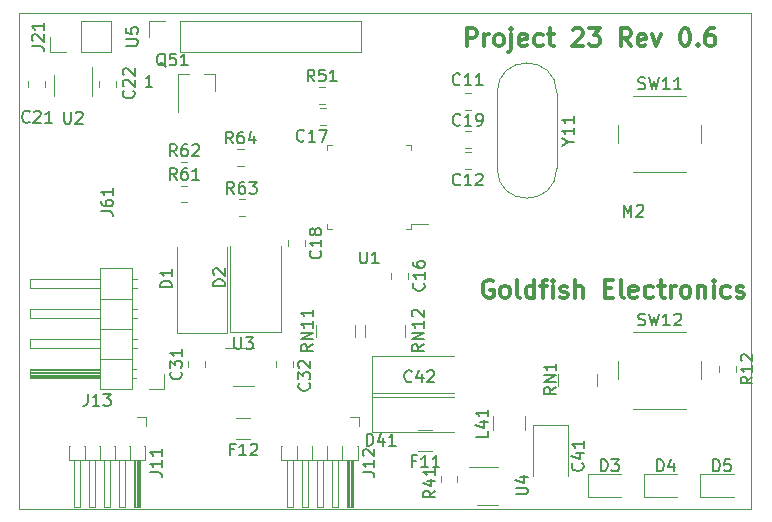
<source format=gto>
G04 #@! TF.GenerationSoftware,KiCad,Pcbnew,(5.0.0)*
G04 #@! TF.CreationDate,2018-10-09T10:58:44+11:00*
G04 #@! TF.ProjectId,Project 23,50726F6A6563742032332E6B69636164,V 0.6*
G04 #@! TF.SameCoordinates,Original*
G04 #@! TF.FileFunction,Legend,Top*
G04 #@! TF.FilePolarity,Positive*
%FSLAX46Y46*%
G04 Gerber Fmt 4.6, Leading zero omitted, Abs format (unit mm)*
G04 Created by KiCad (PCBNEW (5.0.0)) date 10/09/18 10:58:44*
%MOMM*%
%LPD*%
G01*
G04 APERTURE LIST*
%ADD10C,0.300000*%
%ADD11C,0.100000*%
%ADD12C,0.120000*%
%ADD13C,0.150000*%
G04 APERTURE END LIST*
D10*
X90115714Y-62673800D02*
X89972857Y-62602371D01*
X89758571Y-62602371D01*
X89544285Y-62673800D01*
X89401428Y-62816657D01*
X89329999Y-62959514D01*
X89258571Y-63245228D01*
X89258571Y-63459514D01*
X89329999Y-63745228D01*
X89401428Y-63888085D01*
X89544285Y-64030942D01*
X89758571Y-64102371D01*
X89901428Y-64102371D01*
X90115714Y-64030942D01*
X90187142Y-63959514D01*
X90187142Y-63459514D01*
X89901428Y-63459514D01*
X91044285Y-64102371D02*
X90901428Y-64030942D01*
X90829999Y-63959514D01*
X90758571Y-63816657D01*
X90758571Y-63388085D01*
X90829999Y-63245228D01*
X90901428Y-63173800D01*
X91044285Y-63102371D01*
X91258571Y-63102371D01*
X91401428Y-63173800D01*
X91472857Y-63245228D01*
X91544285Y-63388085D01*
X91544285Y-63816657D01*
X91472857Y-63959514D01*
X91401428Y-64030942D01*
X91258571Y-64102371D01*
X91044285Y-64102371D01*
X92401428Y-64102371D02*
X92258571Y-64030942D01*
X92187142Y-63888085D01*
X92187142Y-62602371D01*
X93615714Y-64102371D02*
X93615714Y-62602371D01*
X93615714Y-64030942D02*
X93472857Y-64102371D01*
X93187142Y-64102371D01*
X93044285Y-64030942D01*
X92972857Y-63959514D01*
X92901428Y-63816657D01*
X92901428Y-63388085D01*
X92972857Y-63245228D01*
X93044285Y-63173800D01*
X93187142Y-63102371D01*
X93472857Y-63102371D01*
X93615714Y-63173800D01*
X94115714Y-63102371D02*
X94687142Y-63102371D01*
X94329999Y-64102371D02*
X94329999Y-62816657D01*
X94401428Y-62673800D01*
X94544285Y-62602371D01*
X94687142Y-62602371D01*
X95187142Y-64102371D02*
X95187142Y-63102371D01*
X95187142Y-62602371D02*
X95115714Y-62673800D01*
X95187142Y-62745228D01*
X95258571Y-62673800D01*
X95187142Y-62602371D01*
X95187142Y-62745228D01*
X95829999Y-64030942D02*
X95972857Y-64102371D01*
X96258571Y-64102371D01*
X96401428Y-64030942D01*
X96472857Y-63888085D01*
X96472857Y-63816657D01*
X96401428Y-63673800D01*
X96258571Y-63602371D01*
X96044285Y-63602371D01*
X95901428Y-63530942D01*
X95829999Y-63388085D01*
X95829999Y-63316657D01*
X95901428Y-63173800D01*
X96044285Y-63102371D01*
X96258571Y-63102371D01*
X96401428Y-63173800D01*
X97115714Y-64102371D02*
X97115714Y-62602371D01*
X97758571Y-64102371D02*
X97758571Y-63316657D01*
X97687142Y-63173800D01*
X97544285Y-63102371D01*
X97330000Y-63102371D01*
X97187142Y-63173800D01*
X97115714Y-63245228D01*
X99615714Y-63316657D02*
X100115714Y-63316657D01*
X100330000Y-64102371D02*
X99615714Y-64102371D01*
X99615714Y-62602371D01*
X100330000Y-62602371D01*
X101187142Y-64102371D02*
X101044285Y-64030942D01*
X100972857Y-63888085D01*
X100972857Y-62602371D01*
X102330000Y-64030942D02*
X102187142Y-64102371D01*
X101901428Y-64102371D01*
X101758571Y-64030942D01*
X101687142Y-63888085D01*
X101687142Y-63316657D01*
X101758571Y-63173800D01*
X101901428Y-63102371D01*
X102187142Y-63102371D01*
X102330000Y-63173800D01*
X102401428Y-63316657D01*
X102401428Y-63459514D01*
X101687142Y-63602371D01*
X103687142Y-64030942D02*
X103544285Y-64102371D01*
X103258571Y-64102371D01*
X103115714Y-64030942D01*
X103044285Y-63959514D01*
X102972857Y-63816657D01*
X102972857Y-63388085D01*
X103044285Y-63245228D01*
X103115714Y-63173800D01*
X103258571Y-63102371D01*
X103544285Y-63102371D01*
X103687142Y-63173800D01*
X104115714Y-63102371D02*
X104687142Y-63102371D01*
X104329999Y-62602371D02*
X104329999Y-63888085D01*
X104401428Y-64030942D01*
X104544285Y-64102371D01*
X104687142Y-64102371D01*
X105187142Y-64102371D02*
X105187142Y-63102371D01*
X105187142Y-63388085D02*
X105258571Y-63245228D01*
X105329999Y-63173800D01*
X105472857Y-63102371D01*
X105615714Y-63102371D01*
X106329999Y-64102371D02*
X106187142Y-64030942D01*
X106115714Y-63959514D01*
X106044285Y-63816657D01*
X106044285Y-63388085D01*
X106115714Y-63245228D01*
X106187142Y-63173800D01*
X106329999Y-63102371D01*
X106544285Y-63102371D01*
X106687142Y-63173800D01*
X106758571Y-63245228D01*
X106829999Y-63388085D01*
X106829999Y-63816657D01*
X106758571Y-63959514D01*
X106687142Y-64030942D01*
X106544285Y-64102371D01*
X106329999Y-64102371D01*
X107472857Y-63102371D02*
X107472857Y-64102371D01*
X107472857Y-63245228D02*
X107544285Y-63173800D01*
X107687142Y-63102371D01*
X107901428Y-63102371D01*
X108044285Y-63173800D01*
X108115714Y-63316657D01*
X108115714Y-64102371D01*
X108830000Y-64102371D02*
X108830000Y-63102371D01*
X108830000Y-62602371D02*
X108758571Y-62673800D01*
X108830000Y-62745228D01*
X108901428Y-62673800D01*
X108830000Y-62602371D01*
X108830000Y-62745228D01*
X110187142Y-64030942D02*
X110044285Y-64102371D01*
X109758571Y-64102371D01*
X109615714Y-64030942D01*
X109544285Y-63959514D01*
X109472857Y-63816657D01*
X109472857Y-63388085D01*
X109544285Y-63245228D01*
X109615714Y-63173800D01*
X109758571Y-63102371D01*
X110044285Y-63102371D01*
X110187142Y-63173800D01*
X110758571Y-64030942D02*
X110901428Y-64102371D01*
X111187142Y-64102371D01*
X111330000Y-64030942D01*
X111401428Y-63888085D01*
X111401428Y-63816657D01*
X111330000Y-63673800D01*
X111187142Y-63602371D01*
X110972857Y-63602371D01*
X110830000Y-63530942D01*
X110758571Y-63388085D01*
X110758571Y-63316657D01*
X110830000Y-63173800D01*
X110972857Y-63102371D01*
X111187142Y-63102371D01*
X111330000Y-63173800D01*
X87899599Y-42812171D02*
X87899599Y-41312171D01*
X88471028Y-41312171D01*
X88613885Y-41383600D01*
X88685314Y-41455028D01*
X88756742Y-41597885D01*
X88756742Y-41812171D01*
X88685314Y-41955028D01*
X88613885Y-42026457D01*
X88471028Y-42097885D01*
X87899599Y-42097885D01*
X89399599Y-42812171D02*
X89399599Y-41812171D01*
X89399599Y-42097885D02*
X89471028Y-41955028D01*
X89542457Y-41883600D01*
X89685314Y-41812171D01*
X89828171Y-41812171D01*
X90542457Y-42812171D02*
X90399599Y-42740742D01*
X90328171Y-42669314D01*
X90256742Y-42526457D01*
X90256742Y-42097885D01*
X90328171Y-41955028D01*
X90399599Y-41883600D01*
X90542457Y-41812171D01*
X90756742Y-41812171D01*
X90899599Y-41883600D01*
X90971028Y-41955028D01*
X91042457Y-42097885D01*
X91042457Y-42526457D01*
X90971028Y-42669314D01*
X90899599Y-42740742D01*
X90756742Y-42812171D01*
X90542457Y-42812171D01*
X91685314Y-41812171D02*
X91685314Y-43097885D01*
X91613885Y-43240742D01*
X91471028Y-43312171D01*
X91399599Y-43312171D01*
X91685314Y-41312171D02*
X91613885Y-41383600D01*
X91685314Y-41455028D01*
X91756742Y-41383600D01*
X91685314Y-41312171D01*
X91685314Y-41455028D01*
X92971028Y-42740742D02*
X92828171Y-42812171D01*
X92542457Y-42812171D01*
X92399599Y-42740742D01*
X92328171Y-42597885D01*
X92328171Y-42026457D01*
X92399599Y-41883600D01*
X92542457Y-41812171D01*
X92828171Y-41812171D01*
X92971028Y-41883600D01*
X93042457Y-42026457D01*
X93042457Y-42169314D01*
X92328171Y-42312171D01*
X94328171Y-42740742D02*
X94185314Y-42812171D01*
X93899599Y-42812171D01*
X93756742Y-42740742D01*
X93685314Y-42669314D01*
X93613885Y-42526457D01*
X93613885Y-42097885D01*
X93685314Y-41955028D01*
X93756742Y-41883600D01*
X93899599Y-41812171D01*
X94185314Y-41812171D01*
X94328171Y-41883600D01*
X94756742Y-41812171D02*
X95328171Y-41812171D01*
X94971028Y-41312171D02*
X94971028Y-42597885D01*
X95042457Y-42740742D01*
X95185314Y-42812171D01*
X95328171Y-42812171D01*
X96899599Y-41455028D02*
X96971028Y-41383600D01*
X97113885Y-41312171D01*
X97471028Y-41312171D01*
X97613885Y-41383600D01*
X97685314Y-41455028D01*
X97756742Y-41597885D01*
X97756742Y-41740742D01*
X97685314Y-41955028D01*
X96828171Y-42812171D01*
X97756742Y-42812171D01*
X98256742Y-41312171D02*
X99185314Y-41312171D01*
X98685314Y-41883600D01*
X98899599Y-41883600D01*
X99042457Y-41955028D01*
X99113885Y-42026457D01*
X99185314Y-42169314D01*
X99185314Y-42526457D01*
X99113885Y-42669314D01*
X99042457Y-42740742D01*
X98899599Y-42812171D01*
X98471028Y-42812171D01*
X98328171Y-42740742D01*
X98256742Y-42669314D01*
X101828171Y-42812171D02*
X101328171Y-42097885D01*
X100971028Y-42812171D02*
X100971028Y-41312171D01*
X101542457Y-41312171D01*
X101685314Y-41383600D01*
X101756742Y-41455028D01*
X101828171Y-41597885D01*
X101828171Y-41812171D01*
X101756742Y-41955028D01*
X101685314Y-42026457D01*
X101542457Y-42097885D01*
X100971028Y-42097885D01*
X103042457Y-42740742D02*
X102899599Y-42812171D01*
X102613885Y-42812171D01*
X102471028Y-42740742D01*
X102399599Y-42597885D01*
X102399599Y-42026457D01*
X102471028Y-41883600D01*
X102613885Y-41812171D01*
X102899599Y-41812171D01*
X103042457Y-41883600D01*
X103113885Y-42026457D01*
X103113885Y-42169314D01*
X102399599Y-42312171D01*
X103613885Y-41812171D02*
X103971028Y-42812171D01*
X104328171Y-41812171D01*
X106328171Y-41312171D02*
X106471028Y-41312171D01*
X106613885Y-41383600D01*
X106685314Y-41455028D01*
X106756742Y-41597885D01*
X106828171Y-41883600D01*
X106828171Y-42240742D01*
X106756742Y-42526457D01*
X106685314Y-42669314D01*
X106613885Y-42740742D01*
X106471028Y-42812171D01*
X106328171Y-42812171D01*
X106185314Y-42740742D01*
X106113885Y-42669314D01*
X106042457Y-42526457D01*
X105971028Y-42240742D01*
X105971028Y-41883600D01*
X106042457Y-41597885D01*
X106113885Y-41455028D01*
X106185314Y-41383600D01*
X106328171Y-41312171D01*
X107471028Y-42669314D02*
X107542457Y-42740742D01*
X107471028Y-42812171D01*
X107399600Y-42740742D01*
X107471028Y-42669314D01*
X107471028Y-42812171D01*
X108828171Y-41312171D02*
X108542457Y-41312171D01*
X108399599Y-41383600D01*
X108328171Y-41455028D01*
X108185314Y-41669314D01*
X108113885Y-41955028D01*
X108113885Y-42526457D01*
X108185314Y-42669314D01*
X108256742Y-42740742D01*
X108399599Y-42812171D01*
X108685314Y-42812171D01*
X108828171Y-42740742D01*
X108899599Y-42669314D01*
X108971028Y-42526457D01*
X108971028Y-42169314D01*
X108899599Y-42026457D01*
X108828171Y-41955028D01*
X108685314Y-41883600D01*
X108399599Y-41883600D01*
X108256742Y-41955028D01*
X108185314Y-42026457D01*
X108113885Y-42169314D01*
D11*
X112000000Y-40000000D02*
X50000000Y-40000000D01*
X112000000Y-82000000D02*
X112000000Y-40000000D01*
X50000000Y-82000000D02*
X112000000Y-82000000D01*
X50000000Y-40000000D02*
X50000000Y-82000000D01*
D12*
G04 #@! TO.C,C41*
X96510000Y-79250000D02*
X96510000Y-74865000D01*
X96510000Y-74865000D02*
X93490000Y-74865000D01*
X93490000Y-74865000D02*
X93490000Y-79250000D01*
G04 #@! TO.C,C42*
X86800000Y-69090000D02*
X79865000Y-69090000D01*
X79865000Y-69090000D02*
X79865000Y-72510000D01*
X79865000Y-72510000D02*
X86800000Y-72510000D01*
G04 #@! TO.C,C11*
X88261252Y-48210000D02*
X87738748Y-48210000D01*
X88261252Y-46790000D02*
X87738748Y-46790000D01*
G04 #@! TO.C,C12*
X88261252Y-51790000D02*
X87738748Y-51790000D01*
X88261252Y-53210000D02*
X87738748Y-53210000D01*
G04 #@! TO.C,C16*
X81540000Y-61988748D02*
X81540000Y-62511252D01*
X82960000Y-61988748D02*
X82960000Y-62511252D01*
G04 #@! TO.C,C17*
X76011252Y-48040000D02*
X75488748Y-48040000D01*
X76011252Y-49460000D02*
X75488748Y-49460000D01*
G04 #@! TO.C,C18*
X74210000Y-59238748D02*
X74210000Y-59761252D01*
X72790000Y-59238748D02*
X72790000Y-59761252D01*
G04 #@! TO.C,C19*
X87738748Y-50040000D02*
X88261252Y-50040000D01*
X87738748Y-51460000D02*
X88261252Y-51460000D01*
G04 #@! TO.C,C21*
X50790000Y-45738748D02*
X50790000Y-46261252D01*
X52210000Y-45738748D02*
X52210000Y-46261252D01*
G04 #@! TO.C,C22*
X56790000Y-46261252D02*
X56790000Y-45738748D01*
X58210000Y-46261252D02*
X58210000Y-45738748D01*
G04 #@! TO.C,C31*
X64290000Y-70011252D02*
X64290000Y-69488748D01*
X65710000Y-70011252D02*
X65710000Y-69488748D01*
G04 #@! TO.C,C32*
X71790000Y-69488748D02*
X71790000Y-70011252D01*
X73210000Y-69488748D02*
X73210000Y-70011252D01*
G04 #@! TO.C,D1*
X63350000Y-67100000D02*
X67650000Y-67100000D01*
X67650000Y-67100000D02*
X67650000Y-59800000D01*
X63350000Y-67100000D02*
X63350000Y-59800000D01*
G04 #@! TO.C,D2*
X67850000Y-67000000D02*
X67850000Y-59700000D01*
X72150000Y-67000000D02*
X72150000Y-59700000D01*
X67850000Y-67000000D02*
X72150000Y-67000000D01*
G04 #@! TO.C,D3*
X98140000Y-80960000D02*
X101000000Y-80960000D01*
X98140000Y-79040000D02*
X98140000Y-80960000D01*
X101000000Y-79040000D02*
X98140000Y-79040000D01*
G04 #@! TO.C,D4*
X105750000Y-79040000D02*
X102890000Y-79040000D01*
X102890000Y-79040000D02*
X102890000Y-80960000D01*
X102890000Y-80960000D02*
X105750000Y-80960000D01*
G04 #@! TO.C,D5*
X110500000Y-79040000D02*
X107640000Y-79040000D01*
X107640000Y-79040000D02*
X107640000Y-80960000D01*
X107640000Y-80960000D02*
X110500000Y-80960000D01*
G04 #@! TO.C,D41*
X79900000Y-72150000D02*
X79900000Y-75450000D01*
X79900000Y-75450000D02*
X86800000Y-75450000D01*
X79900000Y-72150000D02*
X86800000Y-72150000D01*
G04 #@! TO.C,F11*
X85002064Y-77110000D02*
X83797936Y-77110000D01*
X85002064Y-75290000D02*
X83797936Y-75290000D01*
G04 #@! TO.C,F12*
X69602064Y-74290000D02*
X68397936Y-74290000D01*
X69602064Y-76110000D02*
X68397936Y-76110000D01*
G04 #@! TO.C,L41*
X90140000Y-75352064D02*
X90140000Y-74147936D01*
X92860000Y-75352064D02*
X92860000Y-74147936D01*
G04 #@! TO.C,Q51*
X66605000Y-45190000D02*
X65675000Y-45190000D01*
X63445000Y-45190000D02*
X64375000Y-45190000D01*
X63445000Y-45190000D02*
X63445000Y-48350000D01*
X66605000Y-45190000D02*
X66605000Y-46650000D01*
G04 #@! TO.C,R12*
X110710000Y-69888748D02*
X110710000Y-70411252D01*
X109290000Y-69888748D02*
X109290000Y-70411252D01*
G04 #@! TO.C,R41*
X85690000Y-79188748D02*
X85690000Y-79711252D01*
X87110000Y-79188748D02*
X87110000Y-79711252D01*
G04 #@! TO.C,R51*
X75388748Y-47710000D02*
X75911252Y-47710000D01*
X75388748Y-46290000D02*
X75911252Y-46290000D01*
G04 #@! TO.C,R61*
X63738748Y-56035000D02*
X64261252Y-56035000D01*
X63738748Y-54615000D02*
X64261252Y-54615000D01*
G04 #@! TO.C,R62*
X63738748Y-52615000D02*
X64261252Y-52615000D01*
X63738748Y-54035000D02*
X64261252Y-54035000D01*
G04 #@! TO.C,R63*
X68588748Y-55790000D02*
X69111252Y-55790000D01*
X68588748Y-57210000D02*
X69111252Y-57210000D01*
G04 #@! TO.C,R64*
X68488748Y-51540000D02*
X69011252Y-51540000D01*
X68488748Y-52960000D02*
X69011252Y-52960000D01*
G04 #@! TO.C,RN1*
X95620000Y-71600000D02*
X95620000Y-70600000D01*
X98980000Y-71600000D02*
X98980000Y-70600000D01*
G04 #@! TO.C,RN11*
X75120000Y-67400000D02*
X75120000Y-66400000D01*
X78480000Y-67400000D02*
X78480000Y-66400000D01*
G04 #@! TO.C,RN12*
X79320000Y-66400000D02*
X79320000Y-67400000D01*
X82680000Y-66400000D02*
X82680000Y-67400000D01*
G04 #@! TO.C,SW11*
X107750000Y-51000000D02*
X107750000Y-49500000D01*
X106500000Y-47000000D02*
X102000000Y-47000000D01*
X100750000Y-49500000D02*
X100750000Y-51000000D01*
X102000000Y-53500000D02*
X106500000Y-53500000D01*
G04 #@! TO.C,SW12*
X102000000Y-73500000D02*
X106500000Y-73500000D01*
X100750000Y-69500000D02*
X100750000Y-71000000D01*
X106500000Y-67000000D02*
X102000000Y-67000000D01*
X107750000Y-71000000D02*
X107750000Y-69500000D01*
G04 #@! TO.C,U1*
X76090000Y-58310000D02*
X76090000Y-57890000D01*
X76090000Y-51190000D02*
X76090000Y-51610000D01*
X83210000Y-51190000D02*
X83210000Y-51610000D01*
X83210000Y-58310000D02*
X82790000Y-58310000D01*
X76090000Y-51190000D02*
X76510000Y-51190000D01*
X76090000Y-58310000D02*
X76510000Y-58310000D01*
X83210000Y-57890000D02*
X84590000Y-57890000D01*
X83210000Y-58310000D02*
X83210000Y-57890000D01*
X83210000Y-51190000D02*
X82790000Y-51190000D01*
G04 #@! TO.C,U2*
X52940000Y-45250000D02*
X52940000Y-47050000D01*
X56160000Y-47050000D02*
X56160000Y-44600000D01*
G04 #@! TO.C,U3*
X68100000Y-71610000D02*
X69900000Y-71610000D01*
X69900000Y-68390000D02*
X67450000Y-68390000D01*
G04 #@! TO.C,U4*
X90550000Y-78440000D02*
X88100000Y-78440000D01*
X88750000Y-81660000D02*
X90550000Y-81660000D01*
G04 #@! TO.C,U5*
X63650000Y-43330000D02*
X63650000Y-40670000D01*
X63650000Y-43330000D02*
X78950000Y-43330000D01*
X78950000Y-43330000D02*
X78950000Y-40670000D01*
X63650000Y-40670000D02*
X78950000Y-40670000D01*
X61050000Y-40670000D02*
X62380000Y-40670000D01*
X61050000Y-42000000D02*
X61050000Y-40670000D01*
G04 #@! TO.C,Y11*
X95525000Y-46760000D02*
X95525000Y-53160000D01*
X90475000Y-46760000D02*
X90475000Y-53160000D01*
X90475000Y-46760000D02*
G75*
G02X95525000Y-46760000I2525000J0D01*
G01*
X90475000Y-53160000D02*
G75*
G03X95525000Y-53160000I2525000J0D01*
G01*
G04 #@! TO.C,J13*
X59560000Y-71870000D02*
X59560000Y-61590000D01*
X59560000Y-61590000D02*
X56900000Y-61590000D01*
X56900000Y-61590000D02*
X56900000Y-71870000D01*
X56900000Y-71870000D02*
X59560000Y-71870000D01*
X56900000Y-70920000D02*
X50900000Y-70920000D01*
X50900000Y-70920000D02*
X50900000Y-70160000D01*
X50900000Y-70160000D02*
X56900000Y-70160000D01*
X56900000Y-70860000D02*
X50900000Y-70860000D01*
X56900000Y-70740000D02*
X50900000Y-70740000D01*
X56900000Y-70620000D02*
X50900000Y-70620000D01*
X56900000Y-70500000D02*
X50900000Y-70500000D01*
X56900000Y-70380000D02*
X50900000Y-70380000D01*
X56900000Y-70260000D02*
X50900000Y-70260000D01*
X59890000Y-70920000D02*
X59560000Y-70920000D01*
X59890000Y-70160000D02*
X59560000Y-70160000D01*
X59560000Y-69270000D02*
X56900000Y-69270000D01*
X56900000Y-68380000D02*
X50900000Y-68380000D01*
X50900000Y-68380000D02*
X50900000Y-67620000D01*
X50900000Y-67620000D02*
X56900000Y-67620000D01*
X59957071Y-68380000D02*
X59560000Y-68380000D01*
X59957071Y-67620000D02*
X59560000Y-67620000D01*
X59560000Y-66730000D02*
X56900000Y-66730000D01*
X56900000Y-65840000D02*
X50900000Y-65840000D01*
X50900000Y-65840000D02*
X50900000Y-65080000D01*
X50900000Y-65080000D02*
X56900000Y-65080000D01*
X59957071Y-65840000D02*
X59560000Y-65840000D01*
X59957071Y-65080000D02*
X59560000Y-65080000D01*
X59560000Y-64190000D02*
X56900000Y-64190000D01*
X56900000Y-63300000D02*
X50900000Y-63300000D01*
X50900000Y-63300000D02*
X50900000Y-62540000D01*
X50900000Y-62540000D02*
X56900000Y-62540000D01*
X59957071Y-63300000D02*
X59560000Y-63300000D01*
X59957071Y-62540000D02*
X59560000Y-62540000D01*
X62270000Y-70540000D02*
X62270000Y-71810000D01*
X62270000Y-71810000D02*
X61000000Y-71810000D01*
G04 #@! TO.C,J21*
X57830000Y-43330000D02*
X57830000Y-40670000D01*
X55230000Y-43330000D02*
X57830000Y-43330000D01*
X55230000Y-40670000D02*
X57830000Y-40670000D01*
X55230000Y-43330000D02*
X55230000Y-40670000D01*
X53960000Y-43330000D02*
X52630000Y-43330000D01*
X52630000Y-43330000D02*
X52630000Y-42000000D01*
G04 #@! TO.C,J11*
X60619677Y-76710000D02*
X60695000Y-76710000D01*
X60695000Y-76710000D02*
X60695000Y-77830000D01*
X60695000Y-77830000D02*
X54225000Y-77830000D01*
X54225000Y-77830000D02*
X54225000Y-76710000D01*
X54225000Y-76710000D02*
X54300323Y-76710000D01*
X60260000Y-77830000D02*
X60260000Y-81830000D01*
X60260000Y-81830000D02*
X59740000Y-81830000D01*
X59740000Y-81830000D02*
X59740000Y-77830000D01*
X60200000Y-77830000D02*
X60200000Y-81830000D01*
X60080000Y-77830000D02*
X60080000Y-81830000D01*
X59960000Y-77830000D02*
X59960000Y-81830000D01*
X59840000Y-77830000D02*
X59840000Y-81830000D01*
X59365000Y-76710000D02*
X59365000Y-77830000D01*
X59380323Y-76710000D02*
X59349677Y-76710000D01*
X58990000Y-77830000D02*
X58990000Y-81830000D01*
X58990000Y-81830000D02*
X58470000Y-81830000D01*
X58470000Y-81830000D02*
X58470000Y-77830000D01*
X58095000Y-76710000D02*
X58095000Y-77830000D01*
X58110323Y-76710000D02*
X58079677Y-76710000D01*
X57720000Y-77830000D02*
X57720000Y-81830000D01*
X57720000Y-81830000D02*
X57200000Y-81830000D01*
X57200000Y-81830000D02*
X57200000Y-77830000D01*
X56825000Y-76710000D02*
X56825000Y-77830000D01*
X56840323Y-76710000D02*
X56809677Y-76710000D01*
X56450000Y-77830000D02*
X56450000Y-81830000D01*
X56450000Y-81830000D02*
X55930000Y-81830000D01*
X55930000Y-81830000D02*
X55930000Y-77830000D01*
X55555000Y-76710000D02*
X55555000Y-77830000D01*
X55570323Y-76710000D02*
X55539677Y-76710000D01*
X55180000Y-77830000D02*
X55180000Y-81830000D01*
X55180000Y-81830000D02*
X54660000Y-81830000D01*
X54660000Y-81830000D02*
X54660000Y-77830000D01*
X60000000Y-74240000D02*
X60760000Y-74240000D01*
X60760000Y-74240000D02*
X60760000Y-75000000D01*
G04 #@! TO.C,J12*
X78760000Y-74240000D02*
X78760000Y-75000000D01*
X78000000Y-74240000D02*
X78760000Y-74240000D01*
X72660000Y-81830000D02*
X72660000Y-77830000D01*
X73180000Y-81830000D02*
X72660000Y-81830000D01*
X73180000Y-77830000D02*
X73180000Y-81830000D01*
X73570323Y-76710000D02*
X73539677Y-76710000D01*
X73555000Y-76710000D02*
X73555000Y-77830000D01*
X73930000Y-81830000D02*
X73930000Y-77830000D01*
X74450000Y-81830000D02*
X73930000Y-81830000D01*
X74450000Y-77830000D02*
X74450000Y-81830000D01*
X74840323Y-76710000D02*
X74809677Y-76710000D01*
X74825000Y-76710000D02*
X74825000Y-77830000D01*
X75200000Y-81830000D02*
X75200000Y-77830000D01*
X75720000Y-81830000D02*
X75200000Y-81830000D01*
X75720000Y-77830000D02*
X75720000Y-81830000D01*
X76110323Y-76710000D02*
X76079677Y-76710000D01*
X76095000Y-76710000D02*
X76095000Y-77830000D01*
X76470000Y-81830000D02*
X76470000Y-77830000D01*
X76990000Y-81830000D02*
X76470000Y-81830000D01*
X76990000Y-77830000D02*
X76990000Y-81830000D01*
X77380323Y-76710000D02*
X77349677Y-76710000D01*
X77365000Y-76710000D02*
X77365000Y-77830000D01*
X77840000Y-77830000D02*
X77840000Y-81830000D01*
X77960000Y-77830000D02*
X77960000Y-81830000D01*
X78080000Y-77830000D02*
X78080000Y-81830000D01*
X78200000Y-77830000D02*
X78200000Y-81830000D01*
X77740000Y-81830000D02*
X77740000Y-77830000D01*
X78260000Y-81830000D02*
X77740000Y-81830000D01*
X78260000Y-77830000D02*
X78260000Y-81830000D01*
X72225000Y-76710000D02*
X72300323Y-76710000D01*
X72225000Y-77830000D02*
X72225000Y-76710000D01*
X78695000Y-77830000D02*
X72225000Y-77830000D01*
X78695000Y-76710000D02*
X78695000Y-77830000D01*
X78619677Y-76710000D02*
X78695000Y-76710000D01*
G04 #@! TD*
G04 #@! TO.C,J61*
D13*
X56952380Y-56809523D02*
X57666666Y-56809523D01*
X57809523Y-56857142D01*
X57904761Y-56952380D01*
X57952380Y-57095238D01*
X57952380Y-57190476D01*
X56952380Y-55904761D02*
X56952380Y-56095238D01*
X57000000Y-56190476D01*
X57047619Y-56238095D01*
X57190476Y-56333333D01*
X57380952Y-56380952D01*
X57761904Y-56380952D01*
X57857142Y-56333333D01*
X57904761Y-56285714D01*
X57952380Y-56190476D01*
X57952380Y-56000000D01*
X57904761Y-55904761D01*
X57857142Y-55857142D01*
X57761904Y-55809523D01*
X57523809Y-55809523D01*
X57428571Y-55857142D01*
X57380952Y-55904761D01*
X57333333Y-56000000D01*
X57333333Y-56190476D01*
X57380952Y-56285714D01*
X57428571Y-56333333D01*
X57523809Y-56380952D01*
X57952380Y-54857142D02*
X57952380Y-55428571D01*
X57952380Y-55142857D02*
X56952380Y-55142857D01*
X57095238Y-55238095D01*
X57190476Y-55333333D01*
X57238095Y-55428571D01*
G04 #@! TO.C,1*
X61285714Y-46252380D02*
X60714285Y-46252380D01*
X61000000Y-46252380D02*
X61000000Y-45252380D01*
X60904761Y-45395238D01*
X60809523Y-45490476D01*
X60714285Y-45538095D01*
G04 #@! TO.C,M2*
X101190476Y-57252380D02*
X101190476Y-56252380D01*
X101523809Y-56966666D01*
X101857142Y-56252380D01*
X101857142Y-57252380D01*
X102285714Y-56347619D02*
X102333333Y-56300000D01*
X102428571Y-56252380D01*
X102666666Y-56252380D01*
X102761904Y-56300000D01*
X102809523Y-56347619D01*
X102857142Y-56442857D01*
X102857142Y-56538095D01*
X102809523Y-56680952D01*
X102238095Y-57252380D01*
X102857142Y-57252380D01*
G04 #@! TO.C,C41*
X97707142Y-78142857D02*
X97754761Y-78190476D01*
X97802380Y-78333333D01*
X97802380Y-78428571D01*
X97754761Y-78571428D01*
X97659523Y-78666666D01*
X97564285Y-78714285D01*
X97373809Y-78761904D01*
X97230952Y-78761904D01*
X97040476Y-78714285D01*
X96945238Y-78666666D01*
X96850000Y-78571428D01*
X96802380Y-78428571D01*
X96802380Y-78333333D01*
X96850000Y-78190476D01*
X96897619Y-78142857D01*
X97135714Y-77285714D02*
X97802380Y-77285714D01*
X96754761Y-77523809D02*
X97469047Y-77761904D01*
X97469047Y-77142857D01*
X97802380Y-76238095D02*
X97802380Y-76809523D01*
X97802380Y-76523809D02*
X96802380Y-76523809D01*
X96945238Y-76619047D01*
X97040476Y-76714285D01*
X97088095Y-76809523D01*
G04 #@! TO.C,C42*
X83253342Y-71172342D02*
X83205723Y-71219961D01*
X83062866Y-71267580D01*
X82967628Y-71267580D01*
X82824771Y-71219961D01*
X82729533Y-71124723D01*
X82681914Y-71029485D01*
X82634295Y-70839009D01*
X82634295Y-70696152D01*
X82681914Y-70505676D01*
X82729533Y-70410438D01*
X82824771Y-70315200D01*
X82967628Y-70267580D01*
X83062866Y-70267580D01*
X83205723Y-70315200D01*
X83253342Y-70362819D01*
X84110485Y-70600914D02*
X84110485Y-71267580D01*
X83872390Y-70219961D02*
X83634295Y-70934247D01*
X84253342Y-70934247D01*
X84586676Y-70362819D02*
X84634295Y-70315200D01*
X84729533Y-70267580D01*
X84967628Y-70267580D01*
X85062866Y-70315200D01*
X85110485Y-70362819D01*
X85158104Y-70458057D01*
X85158104Y-70553295D01*
X85110485Y-70696152D01*
X84539057Y-71267580D01*
X85158104Y-71267580D01*
G04 #@! TO.C,C11*
X87342742Y-46026342D02*
X87295123Y-46073961D01*
X87152266Y-46121580D01*
X87057028Y-46121580D01*
X86914171Y-46073961D01*
X86818933Y-45978723D01*
X86771314Y-45883485D01*
X86723695Y-45693009D01*
X86723695Y-45550152D01*
X86771314Y-45359676D01*
X86818933Y-45264438D01*
X86914171Y-45169200D01*
X87057028Y-45121580D01*
X87152266Y-45121580D01*
X87295123Y-45169200D01*
X87342742Y-45216819D01*
X88295123Y-46121580D02*
X87723695Y-46121580D01*
X88009409Y-46121580D02*
X88009409Y-45121580D01*
X87914171Y-45264438D01*
X87818933Y-45359676D01*
X87723695Y-45407295D01*
X89247504Y-46121580D02*
X88676076Y-46121580D01*
X88961790Y-46121580D02*
X88961790Y-45121580D01*
X88866552Y-45264438D01*
X88771314Y-45359676D01*
X88676076Y-45407295D01*
G04 #@! TO.C,C12*
X87357142Y-54507142D02*
X87309523Y-54554761D01*
X87166666Y-54602380D01*
X87071428Y-54602380D01*
X86928571Y-54554761D01*
X86833333Y-54459523D01*
X86785714Y-54364285D01*
X86738095Y-54173809D01*
X86738095Y-54030952D01*
X86785714Y-53840476D01*
X86833333Y-53745238D01*
X86928571Y-53650000D01*
X87071428Y-53602380D01*
X87166666Y-53602380D01*
X87309523Y-53650000D01*
X87357142Y-53697619D01*
X88309523Y-54602380D02*
X87738095Y-54602380D01*
X88023809Y-54602380D02*
X88023809Y-53602380D01*
X87928571Y-53745238D01*
X87833333Y-53840476D01*
X87738095Y-53888095D01*
X88690476Y-53697619D02*
X88738095Y-53650000D01*
X88833333Y-53602380D01*
X89071428Y-53602380D01*
X89166666Y-53650000D01*
X89214285Y-53697619D01*
X89261904Y-53792857D01*
X89261904Y-53888095D01*
X89214285Y-54030952D01*
X88642857Y-54602380D01*
X89261904Y-54602380D01*
G04 #@! TO.C,C16*
X84257142Y-62892857D02*
X84304761Y-62940476D01*
X84352380Y-63083333D01*
X84352380Y-63178571D01*
X84304761Y-63321428D01*
X84209523Y-63416666D01*
X84114285Y-63464285D01*
X83923809Y-63511904D01*
X83780952Y-63511904D01*
X83590476Y-63464285D01*
X83495238Y-63416666D01*
X83400000Y-63321428D01*
X83352380Y-63178571D01*
X83352380Y-63083333D01*
X83400000Y-62940476D01*
X83447619Y-62892857D01*
X84352380Y-61940476D02*
X84352380Y-62511904D01*
X84352380Y-62226190D02*
X83352380Y-62226190D01*
X83495238Y-62321428D01*
X83590476Y-62416666D01*
X83638095Y-62511904D01*
X83352380Y-61083333D02*
X83352380Y-61273809D01*
X83400000Y-61369047D01*
X83447619Y-61416666D01*
X83590476Y-61511904D01*
X83780952Y-61559523D01*
X84161904Y-61559523D01*
X84257142Y-61511904D01*
X84304761Y-61464285D01*
X84352380Y-61369047D01*
X84352380Y-61178571D01*
X84304761Y-61083333D01*
X84257142Y-61035714D01*
X84161904Y-60988095D01*
X83923809Y-60988095D01*
X83828571Y-61035714D01*
X83780952Y-61083333D01*
X83733333Y-61178571D01*
X83733333Y-61369047D01*
X83780952Y-61464285D01*
X83828571Y-61511904D01*
X83923809Y-61559523D01*
G04 #@! TO.C,C17*
X74134742Y-50801542D02*
X74087123Y-50849161D01*
X73944266Y-50896780D01*
X73849028Y-50896780D01*
X73706171Y-50849161D01*
X73610933Y-50753923D01*
X73563314Y-50658685D01*
X73515695Y-50468209D01*
X73515695Y-50325352D01*
X73563314Y-50134876D01*
X73610933Y-50039638D01*
X73706171Y-49944400D01*
X73849028Y-49896780D01*
X73944266Y-49896780D01*
X74087123Y-49944400D01*
X74134742Y-49992019D01*
X75087123Y-50896780D02*
X74515695Y-50896780D01*
X74801409Y-50896780D02*
X74801409Y-49896780D01*
X74706171Y-50039638D01*
X74610933Y-50134876D01*
X74515695Y-50182495D01*
X75420457Y-49896780D02*
X76087123Y-49896780D01*
X75658552Y-50896780D01*
G04 #@! TO.C,C18*
X75507142Y-60142857D02*
X75554761Y-60190476D01*
X75602380Y-60333333D01*
X75602380Y-60428571D01*
X75554761Y-60571428D01*
X75459523Y-60666666D01*
X75364285Y-60714285D01*
X75173809Y-60761904D01*
X75030952Y-60761904D01*
X74840476Y-60714285D01*
X74745238Y-60666666D01*
X74650000Y-60571428D01*
X74602380Y-60428571D01*
X74602380Y-60333333D01*
X74650000Y-60190476D01*
X74697619Y-60142857D01*
X75602380Y-59190476D02*
X75602380Y-59761904D01*
X75602380Y-59476190D02*
X74602380Y-59476190D01*
X74745238Y-59571428D01*
X74840476Y-59666666D01*
X74888095Y-59761904D01*
X75030952Y-58619047D02*
X74983333Y-58714285D01*
X74935714Y-58761904D01*
X74840476Y-58809523D01*
X74792857Y-58809523D01*
X74697619Y-58761904D01*
X74650000Y-58714285D01*
X74602380Y-58619047D01*
X74602380Y-58428571D01*
X74650000Y-58333333D01*
X74697619Y-58285714D01*
X74792857Y-58238095D01*
X74840476Y-58238095D01*
X74935714Y-58285714D01*
X74983333Y-58333333D01*
X75030952Y-58428571D01*
X75030952Y-58619047D01*
X75078571Y-58714285D01*
X75126190Y-58761904D01*
X75221428Y-58809523D01*
X75411904Y-58809523D01*
X75507142Y-58761904D01*
X75554761Y-58714285D01*
X75602380Y-58619047D01*
X75602380Y-58428571D01*
X75554761Y-58333333D01*
X75507142Y-58285714D01*
X75411904Y-58238095D01*
X75221428Y-58238095D01*
X75126190Y-58285714D01*
X75078571Y-58333333D01*
X75030952Y-58428571D01*
G04 #@! TO.C,C19*
X87357142Y-49457142D02*
X87309523Y-49504761D01*
X87166666Y-49552380D01*
X87071428Y-49552380D01*
X86928571Y-49504761D01*
X86833333Y-49409523D01*
X86785714Y-49314285D01*
X86738095Y-49123809D01*
X86738095Y-48980952D01*
X86785714Y-48790476D01*
X86833333Y-48695238D01*
X86928571Y-48600000D01*
X87071428Y-48552380D01*
X87166666Y-48552380D01*
X87309523Y-48600000D01*
X87357142Y-48647619D01*
X88309523Y-49552380D02*
X87738095Y-49552380D01*
X88023809Y-49552380D02*
X88023809Y-48552380D01*
X87928571Y-48695238D01*
X87833333Y-48790476D01*
X87738095Y-48838095D01*
X88785714Y-49552380D02*
X88976190Y-49552380D01*
X89071428Y-49504761D01*
X89119047Y-49457142D01*
X89214285Y-49314285D01*
X89261904Y-49123809D01*
X89261904Y-48742857D01*
X89214285Y-48647619D01*
X89166666Y-48600000D01*
X89071428Y-48552380D01*
X88880952Y-48552380D01*
X88785714Y-48600000D01*
X88738095Y-48647619D01*
X88690476Y-48742857D01*
X88690476Y-48980952D01*
X88738095Y-49076190D01*
X88785714Y-49123809D01*
X88880952Y-49171428D01*
X89071428Y-49171428D01*
X89166666Y-49123809D01*
X89214285Y-49076190D01*
X89261904Y-48980952D01*
G04 #@! TO.C,C21*
X50893742Y-49201342D02*
X50846123Y-49248961D01*
X50703266Y-49296580D01*
X50608028Y-49296580D01*
X50465171Y-49248961D01*
X50369933Y-49153723D01*
X50322314Y-49058485D01*
X50274695Y-48868009D01*
X50274695Y-48725152D01*
X50322314Y-48534676D01*
X50369933Y-48439438D01*
X50465171Y-48344200D01*
X50608028Y-48296580D01*
X50703266Y-48296580D01*
X50846123Y-48344200D01*
X50893742Y-48391819D01*
X51274695Y-48391819D02*
X51322314Y-48344200D01*
X51417552Y-48296580D01*
X51655647Y-48296580D01*
X51750885Y-48344200D01*
X51798504Y-48391819D01*
X51846123Y-48487057D01*
X51846123Y-48582295D01*
X51798504Y-48725152D01*
X51227076Y-49296580D01*
X51846123Y-49296580D01*
X52798504Y-49296580D02*
X52227076Y-49296580D01*
X52512790Y-49296580D02*
X52512790Y-48296580D01*
X52417552Y-48439438D01*
X52322314Y-48534676D01*
X52227076Y-48582295D01*
G04 #@! TO.C,C22*
X59691542Y-46591457D02*
X59739161Y-46639076D01*
X59786780Y-46781933D01*
X59786780Y-46877171D01*
X59739161Y-47020028D01*
X59643923Y-47115266D01*
X59548685Y-47162885D01*
X59358209Y-47210504D01*
X59215352Y-47210504D01*
X59024876Y-47162885D01*
X58929638Y-47115266D01*
X58834400Y-47020028D01*
X58786780Y-46877171D01*
X58786780Y-46781933D01*
X58834400Y-46639076D01*
X58882019Y-46591457D01*
X58882019Y-46210504D02*
X58834400Y-46162885D01*
X58786780Y-46067647D01*
X58786780Y-45829552D01*
X58834400Y-45734314D01*
X58882019Y-45686695D01*
X58977257Y-45639076D01*
X59072495Y-45639076D01*
X59215352Y-45686695D01*
X59786780Y-46258123D01*
X59786780Y-45639076D01*
X58882019Y-45258123D02*
X58834400Y-45210504D01*
X58786780Y-45115266D01*
X58786780Y-44877171D01*
X58834400Y-44781933D01*
X58882019Y-44734314D01*
X58977257Y-44686695D01*
X59072495Y-44686695D01*
X59215352Y-44734314D01*
X59786780Y-45305742D01*
X59786780Y-44686695D01*
G04 #@! TO.C,C31*
X63707142Y-70392857D02*
X63754761Y-70440476D01*
X63802380Y-70583333D01*
X63802380Y-70678571D01*
X63754761Y-70821428D01*
X63659523Y-70916666D01*
X63564285Y-70964285D01*
X63373809Y-71011904D01*
X63230952Y-71011904D01*
X63040476Y-70964285D01*
X62945238Y-70916666D01*
X62850000Y-70821428D01*
X62802380Y-70678571D01*
X62802380Y-70583333D01*
X62850000Y-70440476D01*
X62897619Y-70392857D01*
X62802380Y-70059523D02*
X62802380Y-69440476D01*
X63183333Y-69773809D01*
X63183333Y-69630952D01*
X63230952Y-69535714D01*
X63278571Y-69488095D01*
X63373809Y-69440476D01*
X63611904Y-69440476D01*
X63707142Y-69488095D01*
X63754761Y-69535714D01*
X63802380Y-69630952D01*
X63802380Y-69916666D01*
X63754761Y-70011904D01*
X63707142Y-70059523D01*
X63802380Y-68488095D02*
X63802380Y-69059523D01*
X63802380Y-68773809D02*
X62802380Y-68773809D01*
X62945238Y-68869047D01*
X63040476Y-68964285D01*
X63088095Y-69059523D01*
G04 #@! TO.C,C32*
X74550542Y-71356457D02*
X74598161Y-71404076D01*
X74645780Y-71546933D01*
X74645780Y-71642171D01*
X74598161Y-71785028D01*
X74502923Y-71880266D01*
X74407685Y-71927885D01*
X74217209Y-71975504D01*
X74074352Y-71975504D01*
X73883876Y-71927885D01*
X73788638Y-71880266D01*
X73693400Y-71785028D01*
X73645780Y-71642171D01*
X73645780Y-71546933D01*
X73693400Y-71404076D01*
X73741019Y-71356457D01*
X73645780Y-71023123D02*
X73645780Y-70404076D01*
X74026733Y-70737409D01*
X74026733Y-70594552D01*
X74074352Y-70499314D01*
X74121971Y-70451695D01*
X74217209Y-70404076D01*
X74455304Y-70404076D01*
X74550542Y-70451695D01*
X74598161Y-70499314D01*
X74645780Y-70594552D01*
X74645780Y-70880266D01*
X74598161Y-70975504D01*
X74550542Y-71023123D01*
X73741019Y-70023123D02*
X73693400Y-69975504D01*
X73645780Y-69880266D01*
X73645780Y-69642171D01*
X73693400Y-69546933D01*
X73741019Y-69499314D01*
X73836257Y-69451695D01*
X73931495Y-69451695D01*
X74074352Y-69499314D01*
X74645780Y-70070742D01*
X74645780Y-69451695D01*
G04 #@! TO.C,D1*
X62952380Y-63238095D02*
X61952380Y-63238095D01*
X61952380Y-63000000D01*
X62000000Y-62857142D01*
X62095238Y-62761904D01*
X62190476Y-62714285D01*
X62380952Y-62666666D01*
X62523809Y-62666666D01*
X62714285Y-62714285D01*
X62809523Y-62761904D01*
X62904761Y-62857142D01*
X62952380Y-63000000D01*
X62952380Y-63238095D01*
X62952380Y-61714285D02*
X62952380Y-62285714D01*
X62952380Y-62000000D02*
X61952380Y-62000000D01*
X62095238Y-62095238D01*
X62190476Y-62190476D01*
X62238095Y-62285714D01*
G04 #@! TO.C,D2*
X67452380Y-63138095D02*
X66452380Y-63138095D01*
X66452380Y-62900000D01*
X66500000Y-62757142D01*
X66595238Y-62661904D01*
X66690476Y-62614285D01*
X66880952Y-62566666D01*
X67023809Y-62566666D01*
X67214285Y-62614285D01*
X67309523Y-62661904D01*
X67404761Y-62757142D01*
X67452380Y-62900000D01*
X67452380Y-63138095D01*
X66547619Y-62185714D02*
X66500000Y-62138095D01*
X66452380Y-62042857D01*
X66452380Y-61804761D01*
X66500000Y-61709523D01*
X66547619Y-61661904D01*
X66642857Y-61614285D01*
X66738095Y-61614285D01*
X66880952Y-61661904D01*
X67452380Y-62233333D01*
X67452380Y-61614285D01*
G04 #@! TO.C,D3*
X99261904Y-78802380D02*
X99261904Y-77802380D01*
X99500000Y-77802380D01*
X99642857Y-77850000D01*
X99738095Y-77945238D01*
X99785714Y-78040476D01*
X99833333Y-78230952D01*
X99833333Y-78373809D01*
X99785714Y-78564285D01*
X99738095Y-78659523D01*
X99642857Y-78754761D01*
X99500000Y-78802380D01*
X99261904Y-78802380D01*
X100166666Y-77802380D02*
X100785714Y-77802380D01*
X100452380Y-78183333D01*
X100595238Y-78183333D01*
X100690476Y-78230952D01*
X100738095Y-78278571D01*
X100785714Y-78373809D01*
X100785714Y-78611904D01*
X100738095Y-78707142D01*
X100690476Y-78754761D01*
X100595238Y-78802380D01*
X100309523Y-78802380D01*
X100214285Y-78754761D01*
X100166666Y-78707142D01*
G04 #@! TO.C,D4*
X104011904Y-78802380D02*
X104011904Y-77802380D01*
X104250000Y-77802380D01*
X104392857Y-77850000D01*
X104488095Y-77945238D01*
X104535714Y-78040476D01*
X104583333Y-78230952D01*
X104583333Y-78373809D01*
X104535714Y-78564285D01*
X104488095Y-78659523D01*
X104392857Y-78754761D01*
X104250000Y-78802380D01*
X104011904Y-78802380D01*
X105440476Y-78135714D02*
X105440476Y-78802380D01*
X105202380Y-77754761D02*
X104964285Y-78469047D01*
X105583333Y-78469047D01*
G04 #@! TO.C,D5*
X108761904Y-78802380D02*
X108761904Y-77802380D01*
X109000000Y-77802380D01*
X109142857Y-77850000D01*
X109238095Y-77945238D01*
X109285714Y-78040476D01*
X109333333Y-78230952D01*
X109333333Y-78373809D01*
X109285714Y-78564285D01*
X109238095Y-78659523D01*
X109142857Y-78754761D01*
X109000000Y-78802380D01*
X108761904Y-78802380D01*
X110238095Y-77802380D02*
X109761904Y-77802380D01*
X109714285Y-78278571D01*
X109761904Y-78230952D01*
X109857142Y-78183333D01*
X110095238Y-78183333D01*
X110190476Y-78230952D01*
X110238095Y-78278571D01*
X110285714Y-78373809D01*
X110285714Y-78611904D01*
X110238095Y-78707142D01*
X110190476Y-78754761D01*
X110095238Y-78802380D01*
X109857142Y-78802380D01*
X109761904Y-78754761D01*
X109714285Y-78707142D01*
G04 #@! TO.C,D41*
X79430714Y-76626980D02*
X79430714Y-75626980D01*
X79668809Y-75626980D01*
X79811666Y-75674600D01*
X79906904Y-75769838D01*
X79954523Y-75865076D01*
X80002142Y-76055552D01*
X80002142Y-76198409D01*
X79954523Y-76388885D01*
X79906904Y-76484123D01*
X79811666Y-76579361D01*
X79668809Y-76626980D01*
X79430714Y-76626980D01*
X80859285Y-75960314D02*
X80859285Y-76626980D01*
X80621190Y-75579361D02*
X80383095Y-76293647D01*
X81002142Y-76293647D01*
X81906904Y-76626980D02*
X81335476Y-76626980D01*
X81621190Y-76626980D02*
X81621190Y-75626980D01*
X81525952Y-75769838D01*
X81430714Y-75865076D01*
X81335476Y-75912695D01*
G04 #@! TO.C,F11*
X83590476Y-77948571D02*
X83257142Y-77948571D01*
X83257142Y-78472380D02*
X83257142Y-77472380D01*
X83733333Y-77472380D01*
X84638095Y-78472380D02*
X84066666Y-78472380D01*
X84352380Y-78472380D02*
X84352380Y-77472380D01*
X84257142Y-77615238D01*
X84161904Y-77710476D01*
X84066666Y-77758095D01*
X85590476Y-78472380D02*
X85019047Y-78472380D01*
X85304761Y-78472380D02*
X85304761Y-77472380D01*
X85209523Y-77615238D01*
X85114285Y-77710476D01*
X85019047Y-77758095D01*
G04 #@! TO.C,F12*
X68190476Y-76948571D02*
X67857142Y-76948571D01*
X67857142Y-77472380D02*
X67857142Y-76472380D01*
X68333333Y-76472380D01*
X69238095Y-77472380D02*
X68666666Y-77472380D01*
X68952380Y-77472380D02*
X68952380Y-76472380D01*
X68857142Y-76615238D01*
X68761904Y-76710476D01*
X68666666Y-76758095D01*
X69619047Y-76567619D02*
X69666666Y-76520000D01*
X69761904Y-76472380D01*
X70000000Y-76472380D01*
X70095238Y-76520000D01*
X70142857Y-76567619D01*
X70190476Y-76662857D01*
X70190476Y-76758095D01*
X70142857Y-76900952D01*
X69571428Y-77472380D01*
X70190476Y-77472380D01*
G04 #@! TO.C,L41*
X89672380Y-75392857D02*
X89672380Y-75869047D01*
X88672380Y-75869047D01*
X89005714Y-74630952D02*
X89672380Y-74630952D01*
X88624761Y-74869047D02*
X89339047Y-75107142D01*
X89339047Y-74488095D01*
X89672380Y-73583333D02*
X89672380Y-74154761D01*
X89672380Y-73869047D02*
X88672380Y-73869047D01*
X88815238Y-73964285D01*
X88910476Y-74059523D01*
X88958095Y-74154761D01*
G04 #@! TO.C,Q51*
X62428571Y-44547619D02*
X62333333Y-44500000D01*
X62238095Y-44404761D01*
X62095238Y-44261904D01*
X62000000Y-44214285D01*
X61904761Y-44214285D01*
X61952380Y-44452380D02*
X61857142Y-44404761D01*
X61761904Y-44309523D01*
X61714285Y-44119047D01*
X61714285Y-43785714D01*
X61761904Y-43595238D01*
X61857142Y-43500000D01*
X61952380Y-43452380D01*
X62142857Y-43452380D01*
X62238095Y-43500000D01*
X62333333Y-43595238D01*
X62380952Y-43785714D01*
X62380952Y-44119047D01*
X62333333Y-44309523D01*
X62238095Y-44404761D01*
X62142857Y-44452380D01*
X61952380Y-44452380D01*
X63285714Y-43452380D02*
X62809523Y-43452380D01*
X62761904Y-43928571D01*
X62809523Y-43880952D01*
X62904761Y-43833333D01*
X63142857Y-43833333D01*
X63238095Y-43880952D01*
X63285714Y-43928571D01*
X63333333Y-44023809D01*
X63333333Y-44261904D01*
X63285714Y-44357142D01*
X63238095Y-44404761D01*
X63142857Y-44452380D01*
X62904761Y-44452380D01*
X62809523Y-44404761D01*
X62761904Y-44357142D01*
X64285714Y-44452380D02*
X63714285Y-44452380D01*
X64000000Y-44452380D02*
X64000000Y-43452380D01*
X63904761Y-43595238D01*
X63809523Y-43690476D01*
X63714285Y-43738095D01*
G04 #@! TO.C,R12*
X112102380Y-70792857D02*
X111626190Y-71126190D01*
X112102380Y-71364285D02*
X111102380Y-71364285D01*
X111102380Y-70983333D01*
X111150000Y-70888095D01*
X111197619Y-70840476D01*
X111292857Y-70792857D01*
X111435714Y-70792857D01*
X111530952Y-70840476D01*
X111578571Y-70888095D01*
X111626190Y-70983333D01*
X111626190Y-71364285D01*
X112102380Y-69840476D02*
X112102380Y-70411904D01*
X112102380Y-70126190D02*
X111102380Y-70126190D01*
X111245238Y-70221428D01*
X111340476Y-70316666D01*
X111388095Y-70411904D01*
X111197619Y-69459523D02*
X111150000Y-69411904D01*
X111102380Y-69316666D01*
X111102380Y-69078571D01*
X111150000Y-68983333D01*
X111197619Y-68935714D01*
X111292857Y-68888095D01*
X111388095Y-68888095D01*
X111530952Y-68935714D01*
X112102380Y-69507142D01*
X112102380Y-68888095D01*
G04 #@! TO.C,R41*
X85237580Y-80449657D02*
X84761390Y-80782990D01*
X85237580Y-81021085D02*
X84237580Y-81021085D01*
X84237580Y-80640133D01*
X84285200Y-80544895D01*
X84332819Y-80497276D01*
X84428057Y-80449657D01*
X84570914Y-80449657D01*
X84666152Y-80497276D01*
X84713771Y-80544895D01*
X84761390Y-80640133D01*
X84761390Y-81021085D01*
X84570914Y-79592514D02*
X85237580Y-79592514D01*
X84189961Y-79830609D02*
X84904247Y-80068704D01*
X84904247Y-79449657D01*
X85237580Y-78544895D02*
X85237580Y-79116323D01*
X85237580Y-78830609D02*
X84237580Y-78830609D01*
X84380438Y-78925847D01*
X84475676Y-79021085D01*
X84523295Y-79116323D01*
G04 #@! TO.C,R51*
X75007142Y-45802380D02*
X74673809Y-45326190D01*
X74435714Y-45802380D02*
X74435714Y-44802380D01*
X74816666Y-44802380D01*
X74911904Y-44850000D01*
X74959523Y-44897619D01*
X75007142Y-44992857D01*
X75007142Y-45135714D01*
X74959523Y-45230952D01*
X74911904Y-45278571D01*
X74816666Y-45326190D01*
X74435714Y-45326190D01*
X75911904Y-44802380D02*
X75435714Y-44802380D01*
X75388095Y-45278571D01*
X75435714Y-45230952D01*
X75530952Y-45183333D01*
X75769047Y-45183333D01*
X75864285Y-45230952D01*
X75911904Y-45278571D01*
X75959523Y-45373809D01*
X75959523Y-45611904D01*
X75911904Y-45707142D01*
X75864285Y-45754761D01*
X75769047Y-45802380D01*
X75530952Y-45802380D01*
X75435714Y-45754761D01*
X75388095Y-45707142D01*
X76911904Y-45802380D02*
X76340476Y-45802380D01*
X76626190Y-45802380D02*
X76626190Y-44802380D01*
X76530952Y-44945238D01*
X76435714Y-45040476D01*
X76340476Y-45088095D01*
G04 #@! TO.C,R61*
X63357142Y-54127380D02*
X63023809Y-53651190D01*
X62785714Y-54127380D02*
X62785714Y-53127380D01*
X63166666Y-53127380D01*
X63261904Y-53175000D01*
X63309523Y-53222619D01*
X63357142Y-53317857D01*
X63357142Y-53460714D01*
X63309523Y-53555952D01*
X63261904Y-53603571D01*
X63166666Y-53651190D01*
X62785714Y-53651190D01*
X64214285Y-53127380D02*
X64023809Y-53127380D01*
X63928571Y-53175000D01*
X63880952Y-53222619D01*
X63785714Y-53365476D01*
X63738095Y-53555952D01*
X63738095Y-53936904D01*
X63785714Y-54032142D01*
X63833333Y-54079761D01*
X63928571Y-54127380D01*
X64119047Y-54127380D01*
X64214285Y-54079761D01*
X64261904Y-54032142D01*
X64309523Y-53936904D01*
X64309523Y-53698809D01*
X64261904Y-53603571D01*
X64214285Y-53555952D01*
X64119047Y-53508333D01*
X63928571Y-53508333D01*
X63833333Y-53555952D01*
X63785714Y-53603571D01*
X63738095Y-53698809D01*
X65261904Y-54127380D02*
X64690476Y-54127380D01*
X64976190Y-54127380D02*
X64976190Y-53127380D01*
X64880952Y-53270238D01*
X64785714Y-53365476D01*
X64690476Y-53413095D01*
G04 #@! TO.C,R62*
X63357142Y-52127380D02*
X63023809Y-51651190D01*
X62785714Y-52127380D02*
X62785714Y-51127380D01*
X63166666Y-51127380D01*
X63261904Y-51175000D01*
X63309523Y-51222619D01*
X63357142Y-51317857D01*
X63357142Y-51460714D01*
X63309523Y-51555952D01*
X63261904Y-51603571D01*
X63166666Y-51651190D01*
X62785714Y-51651190D01*
X64214285Y-51127380D02*
X64023809Y-51127380D01*
X63928571Y-51175000D01*
X63880952Y-51222619D01*
X63785714Y-51365476D01*
X63738095Y-51555952D01*
X63738095Y-51936904D01*
X63785714Y-52032142D01*
X63833333Y-52079761D01*
X63928571Y-52127380D01*
X64119047Y-52127380D01*
X64214285Y-52079761D01*
X64261904Y-52032142D01*
X64309523Y-51936904D01*
X64309523Y-51698809D01*
X64261904Y-51603571D01*
X64214285Y-51555952D01*
X64119047Y-51508333D01*
X63928571Y-51508333D01*
X63833333Y-51555952D01*
X63785714Y-51603571D01*
X63738095Y-51698809D01*
X64690476Y-51222619D02*
X64738095Y-51175000D01*
X64833333Y-51127380D01*
X65071428Y-51127380D01*
X65166666Y-51175000D01*
X65214285Y-51222619D01*
X65261904Y-51317857D01*
X65261904Y-51413095D01*
X65214285Y-51555952D01*
X64642857Y-52127380D01*
X65261904Y-52127380D01*
G04 #@! TO.C,R63*
X68207142Y-55302380D02*
X67873809Y-54826190D01*
X67635714Y-55302380D02*
X67635714Y-54302380D01*
X68016666Y-54302380D01*
X68111904Y-54350000D01*
X68159523Y-54397619D01*
X68207142Y-54492857D01*
X68207142Y-54635714D01*
X68159523Y-54730952D01*
X68111904Y-54778571D01*
X68016666Y-54826190D01*
X67635714Y-54826190D01*
X69064285Y-54302380D02*
X68873809Y-54302380D01*
X68778571Y-54350000D01*
X68730952Y-54397619D01*
X68635714Y-54540476D01*
X68588095Y-54730952D01*
X68588095Y-55111904D01*
X68635714Y-55207142D01*
X68683333Y-55254761D01*
X68778571Y-55302380D01*
X68969047Y-55302380D01*
X69064285Y-55254761D01*
X69111904Y-55207142D01*
X69159523Y-55111904D01*
X69159523Y-54873809D01*
X69111904Y-54778571D01*
X69064285Y-54730952D01*
X68969047Y-54683333D01*
X68778571Y-54683333D01*
X68683333Y-54730952D01*
X68635714Y-54778571D01*
X68588095Y-54873809D01*
X69492857Y-54302380D02*
X70111904Y-54302380D01*
X69778571Y-54683333D01*
X69921428Y-54683333D01*
X70016666Y-54730952D01*
X70064285Y-54778571D01*
X70111904Y-54873809D01*
X70111904Y-55111904D01*
X70064285Y-55207142D01*
X70016666Y-55254761D01*
X69921428Y-55302380D01*
X69635714Y-55302380D01*
X69540476Y-55254761D01*
X69492857Y-55207142D01*
G04 #@! TO.C,R64*
X68107142Y-51052380D02*
X67773809Y-50576190D01*
X67535714Y-51052380D02*
X67535714Y-50052380D01*
X67916666Y-50052380D01*
X68011904Y-50100000D01*
X68059523Y-50147619D01*
X68107142Y-50242857D01*
X68107142Y-50385714D01*
X68059523Y-50480952D01*
X68011904Y-50528571D01*
X67916666Y-50576190D01*
X67535714Y-50576190D01*
X68964285Y-50052380D02*
X68773809Y-50052380D01*
X68678571Y-50100000D01*
X68630952Y-50147619D01*
X68535714Y-50290476D01*
X68488095Y-50480952D01*
X68488095Y-50861904D01*
X68535714Y-50957142D01*
X68583333Y-51004761D01*
X68678571Y-51052380D01*
X68869047Y-51052380D01*
X68964285Y-51004761D01*
X69011904Y-50957142D01*
X69059523Y-50861904D01*
X69059523Y-50623809D01*
X69011904Y-50528571D01*
X68964285Y-50480952D01*
X68869047Y-50433333D01*
X68678571Y-50433333D01*
X68583333Y-50480952D01*
X68535714Y-50528571D01*
X68488095Y-50623809D01*
X69916666Y-50385714D02*
X69916666Y-51052380D01*
X69678571Y-50004761D02*
X69440476Y-50719047D01*
X70059523Y-50719047D01*
G04 #@! TO.C,RN1*
X95452380Y-71690476D02*
X94976190Y-72023809D01*
X95452380Y-72261904D02*
X94452380Y-72261904D01*
X94452380Y-71880952D01*
X94500000Y-71785714D01*
X94547619Y-71738095D01*
X94642857Y-71690476D01*
X94785714Y-71690476D01*
X94880952Y-71738095D01*
X94928571Y-71785714D01*
X94976190Y-71880952D01*
X94976190Y-72261904D01*
X95452380Y-71261904D02*
X94452380Y-71261904D01*
X95452380Y-70690476D01*
X94452380Y-70690476D01*
X95452380Y-69690476D02*
X95452380Y-70261904D01*
X95452380Y-69976190D02*
X94452380Y-69976190D01*
X94595238Y-70071428D01*
X94690476Y-70166666D01*
X94738095Y-70261904D01*
G04 #@! TO.C,RN11*
X74852380Y-68066666D02*
X74376190Y-68400000D01*
X74852380Y-68638095D02*
X73852380Y-68638095D01*
X73852380Y-68257142D01*
X73900000Y-68161904D01*
X73947619Y-68114285D01*
X74042857Y-68066666D01*
X74185714Y-68066666D01*
X74280952Y-68114285D01*
X74328571Y-68161904D01*
X74376190Y-68257142D01*
X74376190Y-68638095D01*
X74852380Y-67638095D02*
X73852380Y-67638095D01*
X74852380Y-67066666D01*
X73852380Y-67066666D01*
X74852380Y-66066666D02*
X74852380Y-66638095D01*
X74852380Y-66352380D02*
X73852380Y-66352380D01*
X73995238Y-66447619D01*
X74090476Y-66542857D01*
X74138095Y-66638095D01*
X74852380Y-65114285D02*
X74852380Y-65685714D01*
X74852380Y-65400000D02*
X73852380Y-65400000D01*
X73995238Y-65495238D01*
X74090476Y-65590476D01*
X74138095Y-65685714D01*
G04 #@! TO.C,RN12*
X84252380Y-68066666D02*
X83776190Y-68400000D01*
X84252380Y-68638095D02*
X83252380Y-68638095D01*
X83252380Y-68257142D01*
X83300000Y-68161904D01*
X83347619Y-68114285D01*
X83442857Y-68066666D01*
X83585714Y-68066666D01*
X83680952Y-68114285D01*
X83728571Y-68161904D01*
X83776190Y-68257142D01*
X83776190Y-68638095D01*
X84252380Y-67638095D02*
X83252380Y-67638095D01*
X84252380Y-67066666D01*
X83252380Y-67066666D01*
X84252380Y-66066666D02*
X84252380Y-66638095D01*
X84252380Y-66352380D02*
X83252380Y-66352380D01*
X83395238Y-66447619D01*
X83490476Y-66542857D01*
X83538095Y-66638095D01*
X83347619Y-65685714D02*
X83300000Y-65638095D01*
X83252380Y-65542857D01*
X83252380Y-65304761D01*
X83300000Y-65209523D01*
X83347619Y-65161904D01*
X83442857Y-65114285D01*
X83538095Y-65114285D01*
X83680952Y-65161904D01*
X84252380Y-65733333D01*
X84252380Y-65114285D01*
G04 #@! TO.C,SW11*
X102440476Y-46404761D02*
X102583333Y-46452380D01*
X102821428Y-46452380D01*
X102916666Y-46404761D01*
X102964285Y-46357142D01*
X103011904Y-46261904D01*
X103011904Y-46166666D01*
X102964285Y-46071428D01*
X102916666Y-46023809D01*
X102821428Y-45976190D01*
X102630952Y-45928571D01*
X102535714Y-45880952D01*
X102488095Y-45833333D01*
X102440476Y-45738095D01*
X102440476Y-45642857D01*
X102488095Y-45547619D01*
X102535714Y-45500000D01*
X102630952Y-45452380D01*
X102869047Y-45452380D01*
X103011904Y-45500000D01*
X103345238Y-45452380D02*
X103583333Y-46452380D01*
X103773809Y-45738095D01*
X103964285Y-46452380D01*
X104202380Y-45452380D01*
X105107142Y-46452380D02*
X104535714Y-46452380D01*
X104821428Y-46452380D02*
X104821428Y-45452380D01*
X104726190Y-45595238D01*
X104630952Y-45690476D01*
X104535714Y-45738095D01*
X106059523Y-46452380D02*
X105488095Y-46452380D01*
X105773809Y-46452380D02*
X105773809Y-45452380D01*
X105678571Y-45595238D01*
X105583333Y-45690476D01*
X105488095Y-45738095D01*
G04 #@! TO.C,SW12*
X102440476Y-66404761D02*
X102583333Y-66452380D01*
X102821428Y-66452380D01*
X102916666Y-66404761D01*
X102964285Y-66357142D01*
X103011904Y-66261904D01*
X103011904Y-66166666D01*
X102964285Y-66071428D01*
X102916666Y-66023809D01*
X102821428Y-65976190D01*
X102630952Y-65928571D01*
X102535714Y-65880952D01*
X102488095Y-65833333D01*
X102440476Y-65738095D01*
X102440476Y-65642857D01*
X102488095Y-65547619D01*
X102535714Y-65500000D01*
X102630952Y-65452380D01*
X102869047Y-65452380D01*
X103011904Y-65500000D01*
X103345238Y-65452380D02*
X103583333Y-66452380D01*
X103773809Y-65738095D01*
X103964285Y-66452380D01*
X104202380Y-65452380D01*
X105107142Y-66452380D02*
X104535714Y-66452380D01*
X104821428Y-66452380D02*
X104821428Y-65452380D01*
X104726190Y-65595238D01*
X104630952Y-65690476D01*
X104535714Y-65738095D01*
X105488095Y-65547619D02*
X105535714Y-65500000D01*
X105630952Y-65452380D01*
X105869047Y-65452380D01*
X105964285Y-65500000D01*
X106011904Y-65547619D01*
X106059523Y-65642857D01*
X106059523Y-65738095D01*
X106011904Y-65880952D01*
X105440476Y-66452380D01*
X106059523Y-66452380D01*
G04 #@! TO.C,U1*
X78888095Y-60202380D02*
X78888095Y-61011904D01*
X78935714Y-61107142D01*
X78983333Y-61154761D01*
X79078571Y-61202380D01*
X79269047Y-61202380D01*
X79364285Y-61154761D01*
X79411904Y-61107142D01*
X79459523Y-61011904D01*
X79459523Y-60202380D01*
X80459523Y-61202380D02*
X79888095Y-61202380D01*
X80173809Y-61202380D02*
X80173809Y-60202380D01*
X80078571Y-60345238D01*
X79983333Y-60440476D01*
X79888095Y-60488095D01*
G04 #@! TO.C,U2*
X53822695Y-48372780D02*
X53822695Y-49182304D01*
X53870314Y-49277542D01*
X53917933Y-49325161D01*
X54013171Y-49372780D01*
X54203647Y-49372780D01*
X54298885Y-49325161D01*
X54346504Y-49277542D01*
X54394123Y-49182304D01*
X54394123Y-48372780D01*
X54822695Y-48468019D02*
X54870314Y-48420400D01*
X54965552Y-48372780D01*
X55203647Y-48372780D01*
X55298885Y-48420400D01*
X55346504Y-48468019D01*
X55394123Y-48563257D01*
X55394123Y-48658495D01*
X55346504Y-48801352D01*
X54775076Y-49372780D01*
X55394123Y-49372780D01*
G04 #@! TO.C,U3*
X68238095Y-67452380D02*
X68238095Y-68261904D01*
X68285714Y-68357142D01*
X68333333Y-68404761D01*
X68428571Y-68452380D01*
X68619047Y-68452380D01*
X68714285Y-68404761D01*
X68761904Y-68357142D01*
X68809523Y-68261904D01*
X68809523Y-67452380D01*
X69190476Y-67452380D02*
X69809523Y-67452380D01*
X69476190Y-67833333D01*
X69619047Y-67833333D01*
X69714285Y-67880952D01*
X69761904Y-67928571D01*
X69809523Y-68023809D01*
X69809523Y-68261904D01*
X69761904Y-68357142D01*
X69714285Y-68404761D01*
X69619047Y-68452380D01*
X69333333Y-68452380D01*
X69238095Y-68404761D01*
X69190476Y-68357142D01*
G04 #@! TO.C,U4*
X92060780Y-80771904D02*
X92870304Y-80771904D01*
X92965542Y-80724285D01*
X93013161Y-80676666D01*
X93060780Y-80581428D01*
X93060780Y-80390952D01*
X93013161Y-80295714D01*
X92965542Y-80248095D01*
X92870304Y-80200476D01*
X92060780Y-80200476D01*
X92394114Y-79295714D02*
X93060780Y-79295714D01*
X92013161Y-79533809D02*
X92727447Y-79771904D01*
X92727447Y-79152857D01*
G04 #@! TO.C,U5*
X59062380Y-42761904D02*
X59871904Y-42761904D01*
X59967142Y-42714285D01*
X60014761Y-42666666D01*
X60062380Y-42571428D01*
X60062380Y-42380952D01*
X60014761Y-42285714D01*
X59967142Y-42238095D01*
X59871904Y-42190476D01*
X59062380Y-42190476D01*
X59062380Y-41238095D02*
X59062380Y-41714285D01*
X59538571Y-41761904D01*
X59490952Y-41714285D01*
X59443333Y-41619047D01*
X59443333Y-41380952D01*
X59490952Y-41285714D01*
X59538571Y-41238095D01*
X59633809Y-41190476D01*
X59871904Y-41190476D01*
X59967142Y-41238095D01*
X60014761Y-41285714D01*
X60062380Y-41380952D01*
X60062380Y-41619047D01*
X60014761Y-41714285D01*
X59967142Y-41761904D01*
G04 #@! TO.C,Y11*
X96501190Y-50912380D02*
X96977380Y-50912380D01*
X95977380Y-51245714D02*
X96501190Y-50912380D01*
X95977380Y-50579047D01*
X96977380Y-49721904D02*
X96977380Y-50293333D01*
X96977380Y-50007619D02*
X95977380Y-50007619D01*
X96120238Y-50102857D01*
X96215476Y-50198095D01*
X96263095Y-50293333D01*
X96977380Y-48769523D02*
X96977380Y-49340952D01*
X96977380Y-49055238D02*
X95977380Y-49055238D01*
X96120238Y-49150476D01*
X96215476Y-49245714D01*
X96263095Y-49340952D01*
G04 #@! TO.C,J13*
X55805476Y-72262380D02*
X55805476Y-72976666D01*
X55757857Y-73119523D01*
X55662619Y-73214761D01*
X55519761Y-73262380D01*
X55424523Y-73262380D01*
X56805476Y-73262380D02*
X56234047Y-73262380D01*
X56519761Y-73262380D02*
X56519761Y-72262380D01*
X56424523Y-72405238D01*
X56329285Y-72500476D01*
X56234047Y-72548095D01*
X57138809Y-72262380D02*
X57757857Y-72262380D01*
X57424523Y-72643333D01*
X57567380Y-72643333D01*
X57662619Y-72690952D01*
X57710238Y-72738571D01*
X57757857Y-72833809D01*
X57757857Y-73071904D01*
X57710238Y-73167142D01*
X57662619Y-73214761D01*
X57567380Y-73262380D01*
X57281666Y-73262380D01*
X57186428Y-73214761D01*
X57138809Y-73167142D01*
G04 #@! TO.C,J21*
X51082380Y-42809523D02*
X51796666Y-42809523D01*
X51939523Y-42857142D01*
X52034761Y-42952380D01*
X52082380Y-43095238D01*
X52082380Y-43190476D01*
X51177619Y-42380952D02*
X51130000Y-42333333D01*
X51082380Y-42238095D01*
X51082380Y-42000000D01*
X51130000Y-41904761D01*
X51177619Y-41857142D01*
X51272857Y-41809523D01*
X51368095Y-41809523D01*
X51510952Y-41857142D01*
X52082380Y-42428571D01*
X52082380Y-41809523D01*
X52082380Y-40857142D02*
X52082380Y-41428571D01*
X52082380Y-41142857D02*
X51082380Y-41142857D01*
X51225238Y-41238095D01*
X51320476Y-41333333D01*
X51368095Y-41428571D01*
G04 #@! TO.C,J11*
X61087380Y-78877023D02*
X61801666Y-78877023D01*
X61944523Y-78924642D01*
X62039761Y-79019880D01*
X62087380Y-79162738D01*
X62087380Y-79257976D01*
X62087380Y-77877023D02*
X62087380Y-78448452D01*
X62087380Y-78162738D02*
X61087380Y-78162738D01*
X61230238Y-78257976D01*
X61325476Y-78353214D01*
X61373095Y-78448452D01*
X62087380Y-76924642D02*
X62087380Y-77496071D01*
X62087380Y-77210357D02*
X61087380Y-77210357D01*
X61230238Y-77305595D01*
X61325476Y-77400833D01*
X61373095Y-77496071D01*
G04 #@! TO.C,J12*
X79087380Y-78877023D02*
X79801666Y-78877023D01*
X79944523Y-78924642D01*
X80039761Y-79019880D01*
X80087380Y-79162738D01*
X80087380Y-79257976D01*
X80087380Y-77877023D02*
X80087380Y-78448452D01*
X80087380Y-78162738D02*
X79087380Y-78162738D01*
X79230238Y-78257976D01*
X79325476Y-78353214D01*
X79373095Y-78448452D01*
X79182619Y-77496071D02*
X79135000Y-77448452D01*
X79087380Y-77353214D01*
X79087380Y-77115119D01*
X79135000Y-77019880D01*
X79182619Y-76972261D01*
X79277857Y-76924642D01*
X79373095Y-76924642D01*
X79515952Y-76972261D01*
X80087380Y-77543690D01*
X80087380Y-76924642D01*
G04 #@! TD*
M02*

</source>
